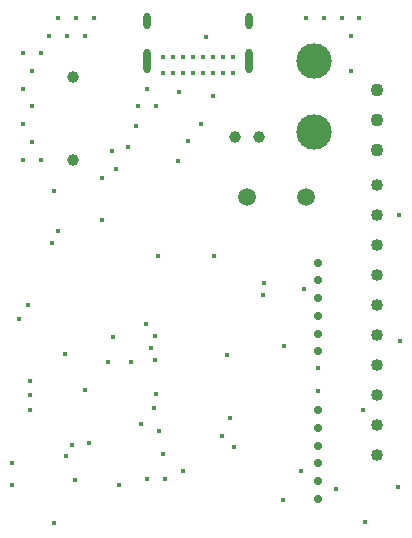
<source format=gbr>
%TF.GenerationSoftware,Altium Limited,Altium Designer,26.2.0 (7)*%
G04 Layer_Color=0*
%FSLAX45Y45*%
%MOMM*%
%TF.SameCoordinates,0EF2FD25-9F0B-49EC-8662-A35640DF5B91*%
%TF.FilePolarity,Positive*%
%TF.FileFunction,Plated,1,4,PTH,Drill*%
%TF.Part,Single*%
G01*
G75*
%TA.AperFunction,ComponentDrill*%
%ADD84C,1.00000*%
%ADD85C,3.00000*%
%ADD86C,1.50000*%
%ADD87C,0.70000*%
%ADD88C,1.10000*%
%ADD89C,1.02000*%
%ADD90C,0.40000*%
%ADD91O,0.60000X2.10000*%
%ADD92O,0.60000X1.40000*%
%TA.AperFunction,ViaDrill,NotFilled*%
%ADD93C,0.40000*%
D84*
X10325000Y10200000D02*
D03*
Y10900000D02*
D03*
X11900000Y10387500D02*
D03*
X11700000D02*
D03*
D85*
X12365000Y11037500D02*
D03*
Y10437500D02*
D03*
D86*
X12300000Y9882500D02*
D03*
X11800000D02*
D03*
D87*
X12402500Y8077500D02*
D03*
Y7927500D02*
D03*
Y7777500D02*
D03*
Y7327500D02*
D03*
Y7627500D02*
D03*
Y7477500D02*
D03*
Y9327501D02*
D03*
Y9177501D02*
D03*
Y9027501D02*
D03*
Y8577500D02*
D03*
Y8877500D02*
D03*
Y8727500D02*
D03*
D88*
X12902499Y10537500D02*
D03*
Y10283500D02*
D03*
Y10791500D02*
D03*
D89*
Y7697500D02*
D03*
Y9729500D02*
D03*
Y8713500D02*
D03*
Y8459500D02*
D03*
Y9221500D02*
D03*
Y9475500D02*
D03*
Y9983500D02*
D03*
Y8967500D02*
D03*
Y7951500D02*
D03*
Y8205500D02*
D03*
D90*
X11680000Y10935000D02*
D03*
X11085000D02*
D03*
Y11070000D02*
D03*
X11680000D02*
D03*
X11595000D02*
D03*
X11510000D02*
D03*
X11425000D02*
D03*
X11340000D02*
D03*
X11255000D02*
D03*
X11170000D02*
D03*
Y10935000D02*
D03*
X11255000D02*
D03*
X11340000D02*
D03*
X11425000D02*
D03*
X11510000D02*
D03*
X11595000D02*
D03*
D91*
X10950000Y11033000D02*
D03*
X11815000D02*
D03*
D92*
X10950000Y11371000D02*
D03*
X11815000D02*
D03*
D93*
X11652500Y8012500D02*
D03*
X11010000Y8095000D02*
D03*
X10989226Y8603020D02*
D03*
X11027500Y8215000D02*
D03*
X11015000Y8710000D02*
D03*
X11017500Y8507500D02*
D03*
X11050000Y7900000D02*
D03*
X12400000Y8435000D02*
D03*
X11099997Y7499998D02*
D03*
X12599996Y11399997D02*
D03*
X12749996D02*
D03*
X9899997Y10799997D02*
D03*
X11624996Y8549997D02*
D03*
X10949997Y10799997D02*
D03*
X10424997Y8249997D02*
D03*
X9899997Y10199997D02*
D03*
X10874997Y10649997D02*
D03*
X10199997Y11399997D02*
D03*
X12299996D02*
D03*
X9899997Y10499997D02*
D03*
Y11099997D02*
D03*
X12674996Y11249997D02*
D03*
X10499997Y11399997D02*
D03*
X11024996Y10649997D02*
D03*
X10424997Y11249997D02*
D03*
X9974997Y10649997D02*
D03*
X10949997Y7499998D02*
D03*
X12674996Y10949997D02*
D03*
X10049997Y10199997D02*
D03*
X10124997Y11249997D02*
D03*
X10049997Y11099997D02*
D03*
X9974997Y10949997D02*
D03*
X10349997Y11399997D02*
D03*
X10199997Y9599997D02*
D03*
X10274997Y11249997D02*
D03*
X9974997Y10349997D02*
D03*
X12449996Y11399997D02*
D03*
X10570000Y10042500D02*
D03*
X10692500Y10120000D02*
D03*
X10902500Y7960000D02*
D03*
X11507500Y10735000D02*
D03*
X10160000Y9932500D02*
D03*
X10147500Y9492500D02*
D03*
X10567500Y9690000D02*
D03*
X11042500Y9382500D02*
D03*
X10940000Y8805000D02*
D03*
X10667500Y8700000D02*
D03*
X10260000Y8552500D02*
D03*
X10265000Y7695000D02*
D03*
X10345000Y7490000D02*
D03*
X10625000Y8485000D02*
D03*
X10820000D02*
D03*
X12255000Y7567500D02*
D03*
X12547500Y7415000D02*
D03*
X12780000Y8080000D02*
D03*
X12400000Y8237500D02*
D03*
X12277500Y9107500D02*
D03*
X12112500Y8620000D02*
D03*
X11932500Y9052500D02*
D03*
X11522500Y9387500D02*
D03*
X11945000Y9157500D02*
D03*
X13087500Y9732500D02*
D03*
X11447500Y11242500D02*
D03*
X11410000Y10500000D02*
D03*
X11300000Y10360000D02*
D03*
X11210000Y10192500D02*
D03*
X11225000Y10772500D02*
D03*
X10855000Y10482500D02*
D03*
X10790000Y10307500D02*
D03*
X9865000Y8850000D02*
D03*
X13097501Y8667500D02*
D03*
X13075000Y7430000D02*
D03*
X12797500Y7132500D02*
D03*
X9810000Y7445000D02*
D03*
X10165000Y7125000D02*
D03*
X10715000Y7445000D02*
D03*
X9810000Y7632500D02*
D03*
X11255000Y7565000D02*
D03*
X9962500Y8330000D02*
D03*
Y8207500D02*
D03*
X12102500Y7315000D02*
D03*
X10462500Y7805000D02*
D03*
X10317500Y7787500D02*
D03*
X11085000Y7705000D02*
D03*
X9947500Y8970000D02*
D03*
X11685000Y7770000D02*
D03*
X9962500Y8082500D02*
D03*
X10655000Y10272499D02*
D03*
X11590000Y7857500D02*
D03*
%TF.MD5,8ebe815f5b2a0e73cc94eb4efacfe05a*%
M02*

</source>
